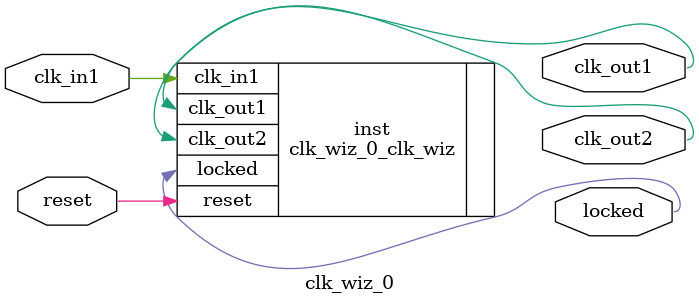
<source format=v>


`timescale 1ps/1ps

(* CORE_GENERATION_INFO = "clk_wiz_0,clk_wiz_v6_0_14_0_0,{component_name=clk_wiz_0,use_phase_alignment=true,use_min_o_jitter=false,use_max_i_jitter=false,use_dyn_phase_shift=false,use_inclk_switchover=false,use_dyn_reconfig=false,enable_axi=0,feedback_source=FDBK_AUTO,PRIMITIVE=MMCM,num_out_clk=2,clkin1_period=10.000,clkin2_period=10.000,use_power_down=false,use_reset=true,use_locked=true,use_inclk_stopped=false,feedback_type=SINGLE,CLOCK_MGR_TYPE=NA,manual_override=false}" *)

module clk_wiz_0 
 (
  // Clock out ports
  output        clk_out1,
  output        clk_out2,
  // Status and control signals
  input         reset,
  output        locked,
 // Clock in ports
  input         clk_in1
 );

  clk_wiz_0_clk_wiz inst
  (
  // Clock out ports  
  .clk_out1(clk_out1),
  .clk_out2(clk_out2),
  // Status and control signals               
  .reset(reset), 
  .locked(locked),
 // Clock in ports
  .clk_in1(clk_in1)
  );

endmodule

</source>
